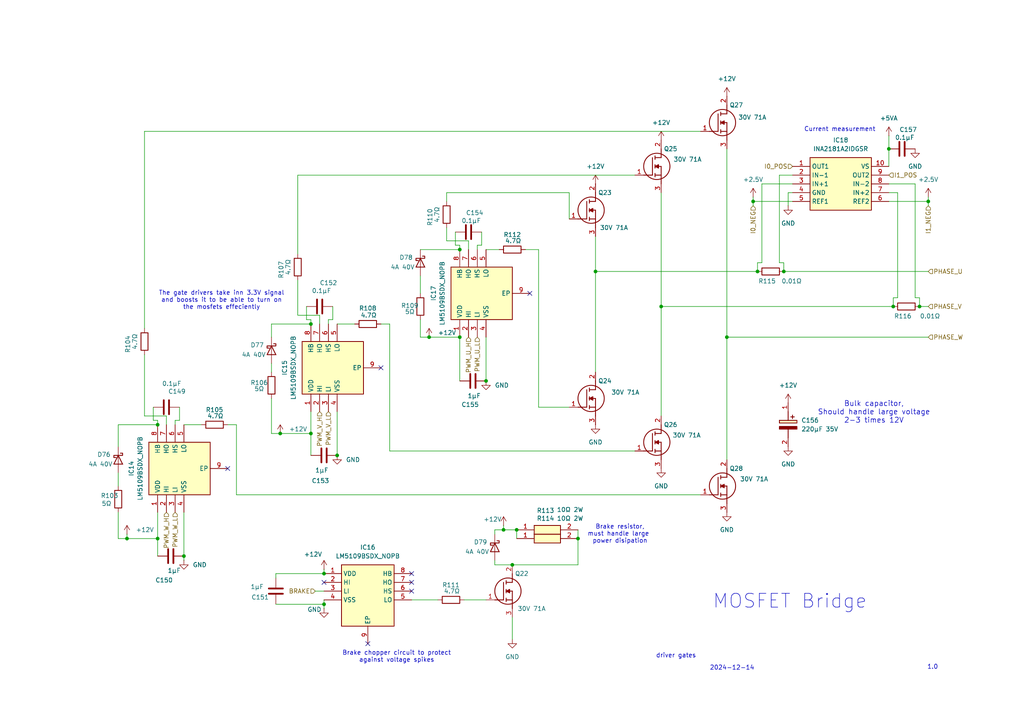
<source format=kicad_sch>
(kicad_sch (version 20231120) (generator "eeschema") (generator_version "8.0")
  (paper "A4")
  (lib_symbols
    (symbol "Device:C" (pin_numbers hide) (pin_names (offset 0.254))
      (property "Reference" "C" (at 0.635 2.54 0))
      (property "Value" "C" (at 0.635 -2.54 0))
      (symbol "C_0_1"
        (polyline (pts (xy -2.032 -0.762) (xy 2.032 -0.762)) (stroke (width 0.508)))
        (polyline (pts (xy -2.032 0.762) (xy 2.032 0.762)) (stroke (width 0.508)))
      )
      (symbol "C_1_1"
        (pin passive line (at 0 3.81 270) (length 2.794) (name "~") (number "1"))
        (pin passive line (at 0 -3.81 90) (length 2.794) (name "~") (number "2"))
      )
    )
    (symbol "Device:D_Schottky" (pin_numbers hide) (pin_names (offset 1.016) hide)
      (property "Reference" "D" (at 0 2.54 0))
      (property "Value" "D_Schottky" (at 0 -2.54 0))
      (symbol "D_Schottky_0_1"
        (polyline (pts (xy 1.27 0) (xy -1.27 0)))
        (polyline (pts (xy 1.27 1.27) (xy 1.27 -1.27) (xy -1.27 0) (xy 1.27 1.27)) (stroke (width 0.254)))
        (polyline (pts (xy -1.905 0.635) (xy -1.905 1.27) (xy -1.27 1.27) (xy -1.27 -1.27) (xy -0.635 -1.27) (xy -0.635 -0.635)) (stroke (width 0.254)))
      )
      (symbol "D_Schottky_1_1"
        (pin passive line (at -3.81 0 0) (length 2.54) (name "K") (number "1"))
        (pin passive line (at 3.81 0 180) (length 2.54) (name "A") (number "2"))
      )
    )
    (symbol "Device:R" (pin_numbers hide) (pin_names (offset 0))
      (property "Reference" "R" (at 2.032 0 90))
      (property "Value" "R" (at 0 0 90))
      (symbol "R_0_1"
        (rectangle (start -1.016 -2.54) (end 1.016 2.54) (stroke (width 0.254)))
      )
      (symbol "R_1_1"
        (pin passive line (at 0 3.81 270) (length 1.27) (name "~") (number "1"))
        (pin passive line (at 0 -3.81 90) (length 1.27) (name "~") (number "2"))
      )
    )
    (symbol "INA2181A2IDGSR:INA2181A2IDGSR"
      (property "Reference" "IC" (at 24.13 7.62 0))
      (property "Value" "INA2181A2IDGSR" (at 24.13 5.08 0))
      (symbol "INA2181A2IDGSR_1_1"
        (rectangle (start 5.08 2.54) (end 22.86 -12.7) (stroke (width 0.254)) (fill (type background)))
        (pin passive line (at 0 0 0) (length 5.08) (name "OUT1") (number "1"))
        (pin passive line (at 27.94 0 180) (length 5.08) (name "VS") (number "10"))
        (pin passive line (at 0 -2.54 0) (length 5.08) (name "IN-1") (number "2"))
        (pin passive line (at 0 -5.08 0) (length 5.08) (name "IN+1") (number "3"))
        (pin passive line (at 0 -7.62 0) (length 5.08) (name "GND") (number "4"))
        (pin passive line (at 0 -10.16 0) (length 5.08) (name "REF1") (number "5"))
        (pin passive line (at 27.94 -10.16 180) (length 5.08) (name "REF2") (number "6"))
        (pin passive line (at 27.94 -7.62 180) (length 5.08) (name "IN+2") (number "7"))
        (pin passive line (at 27.94 -5.08 180) (length 5.08) (name "IN-2") (number "8"))
        (pin passive line (at 27.94 -2.54 180) (length 5.08) (name "OUT2") (number "9"))
      )
    )
    (symbol "IPD047N03LF2SATMA1:IPD047N03LF2SATMA1" (pin_names hide)
      (property "Reference" "Q" (at 11.43 3.81 0))
      (property "Value" "IPD047N03LF2SATMA1" (at 11.43 1.27 0))
      (symbol "IPD047N03LF2SATMA1_1_1"
        (polyline (pts (xy 2.54 0) (xy 5.08 0)) (stroke (width 0.254)))
        (polyline (pts (xy 5.08 5.08) (xy 5.08 0)) (stroke (width 0.254)))
        (polyline (pts (xy 5.842 -0.508) (xy 5.842 0.508)) (stroke (width 0.254)))
        (polyline (pts (xy 5.842 0) (xy 7.62 0)) (stroke (width 0.254)))
        (polyline (pts (xy 5.842 2.032) (xy 5.842 3.048)) (stroke (width 0.254)))
        (polyline (pts (xy 5.842 5.588) (xy 5.842 4.572)) (stroke (width 0.254)))
        (polyline (pts (xy 7.62 2.54) (xy 5.842 2.54)) (stroke (width 0.254)))
        (polyline (pts (xy 7.62 2.54) (xy 7.62 -2.54)) (stroke (width 0.254)))
        (polyline (pts (xy 7.62 5.08) (xy 5.842 5.08)) (stroke (width 0.254)))
        (polyline (pts (xy 7.62 5.08) (xy 7.62 7.62)) (stroke (width 0.254)))
        (polyline (pts (xy 5.842 2.54) (xy 6.858 3.048) (xy 6.858 2.032) (xy 5.842 2.54)) (stroke (width 0.254)) (fill (type outline)))
        (circle (center 6.35 2.54) (radius 3.81) (stroke (width 0.254)))
        (pin passive line (at 0 0 0) (length 2.54) (name "G") (number "1"))
        (pin passive line (at 7.62 10.16 270) (length 2.54) (name "D") (number "2"))
        (pin passive line (at 7.62 -5.08 90) (length 2.54) (name "S") (number "3"))
      )
    )
    (symbol "LM5109BSDX_NOPB:LM5109BSDX_NOPB"
      (property "Reference" "IC" (at 21.59 7.62 0))
      (property "Value" "LM5109BSDX_NOPB" (at 21.59 5.08 0))
      (symbol "LM5109BSDX_NOPB_1_1"
        (rectangle (start 5.08 2.54) (end 20.32 -15.24) (stroke (width 0.254)) (fill (type background)))
        (pin passive line (at 0 0 0) (length 5.08) (name "VDD") (number "1"))
        (pin passive line (at 0 -2.54 0) (length 5.08) (name "HI") (number "2"))
        (pin passive line (at 0 -5.08 0) (length 5.08) (name "LI") (number "3"))
        (pin passive line (at 0 -7.62 0) (length 5.08) (name "VSS") (number "4"))
        (pin passive line (at 25.4 -7.62 180) (length 5.08) (name "LO") (number "5"))
        (pin passive line (at 25.4 -5.08 180) (length 5.08) (name "HS") (number "6"))
        (pin passive line (at 25.4 -2.54 180) (length 5.08) (name "HO") (number "7"))
        (pin passive line (at 25.4 0 180) (length 5.08) (name "HB") (number "8"))
        (pin passive line (at 12.7 -20.32 90) (length 5.08) (name "EP") (number "9"))
      )
    )
    (symbol "MAL215099001E3:MAL215099001E3" (pin_names hide)
      (property "Reference" "C" (at 8.89 6.35 0))
      (property "Value" "MAL215099001E3" (at 8.89 3.81 0))
      (symbol "MAL215099001E3_1_1"
        (polyline (pts (xy 2.54 0) (xy 5.08 0)) (stroke (width 0.254)))
        (polyline (pts (xy 4.064 1.778) (xy 4.064 0.762)) (stroke (width 0.254)))
        (polyline (pts (xy 4.572 1.27) (xy 3.556 1.27)) (stroke (width 0.254)))
        (polyline (pts (xy 7.62 0) (xy 10.16 0)) (stroke (width 0.254)))
        (polyline (pts (xy 7.62 2.54) (xy 7.62 -2.54) (xy 6.858 -2.54) (xy 6.858 2.54) (xy 7.62 2.54)) (stroke (width 0.254)) (fill (type outline)))
        (rectangle (start 5.08 2.54) (end 5.842 -2.54) (stroke (width 0.254)) (fill (type background)))
        (pin passive line (at 0 0 0) (length 2.54) (name "+") (number "1"))
        (pin passive line (at 12.7 0 180) (length 2.54) (name "-") (number "2"))
      )
    )
    (symbol "RCL122510R0FKEG:RCL122510R0FKEG" (pin_names hide)
      (property "Reference" "R" (at 13.97 6.35 0))
      (property "Value" "RCL122510R0FKEG" (at 13.97 3.81 0))
      (symbol "RCL122510R0FKEG_1_1"
        (rectangle (start 5.08 1.27) (end 12.7 -1.27) (stroke (width 0.254)) (fill (type background)))
        (pin passive line (at 0 0 0) (length 5.08) (name "1") (number "1"))
        (pin passive line (at 17.78 0 180) (length 5.08) (name "2") (number "2"))
      )
    )
    (symbol "power:+12V" (power) (pin_numbers hide) (pin_names (offset 0) hide)
      (property "Value" "+12V" (at 0 3.556 0))
      (symbol "+12V_0_1"
        (polyline (pts (xy -0.762 1.27) (xy 0 2.54)))
        (polyline (pts (xy 0 0) (xy 0 2.54)))
        (polyline (pts (xy 0 2.54) (xy 0.762 1.27)))
      )
      (symbol "+12V_1_1"
        (pin power_in line (at 0 0 90) (length 0) (name "~") (number "1"))
      )
    )
    (symbol "power:+2V5" (power) (pin_numbers hide) (pin_names (offset 0) hide)
      (property "Value" "+2V5" (at 0 3.556 0))
      (symbol "+2V5_0_1"
        (polyline (pts (xy -0.762 1.27) (xy 0 2.54)))
        (polyline (pts (xy 0 0) (xy 0 2.54)))
        (polyline (pts (xy 0 2.54) (xy 0.762 1.27)))
      )
      (symbol "+2V5_1_1"
        (pin power_in line (at 0 0 90) (length 0) (name "~") (number "1"))
      )
    )
    (symbol "power:+5V" (power) (pin_numbers hide) (pin_names (offset 0) hide)
      (property "Value" "+5V" (at 0 3.556 0))
      (symbol "+5V_0_1"
        (polyline (pts (xy -0.762 1.27) (xy 0 2.54)))
        (polyline (pts (xy 0 0) (xy 0 2.54)))
        (polyline (pts (xy 0 2.54) (xy 0.762 1.27)))
      )
      (symbol "+5V_1_1"
        (pin power_in line (at 0 0 90) (length 0) (name "~") (number "1"))
      )
    )
    (symbol "power:GND" (power) (pin_numbers hide) (pin_names (offset 0) hide)
      (property "Value" "GND" (at 0 -3.81 0))
      (symbol "GND_0_1"
        (polyline (pts (xy 0 0) (xy 0 -1.27) (xy 1.27 -1.27) (xy 0 -2.54) (xy -1.27 -1.27) (xy 0 -1.27)))
      )
      (symbol "GND_1_1"
        (pin power_in line (at 0 0 270) (length 0) (name "~") (number "1"))
      )
    )
  )
  (junction (at 148.59 163.83))
  (junction (at 167.64 156.21))
  (junction (at 133.35 72.39))
  (junction (at 81.28 125.73))
  (junction (at 266.7 88.9))
  (junction (at 269.24 58.42))
  (junction (at 53.34 161.29))
  (junction (at 90.17 125.73))
  (junction (at 93.98 175.26))
  (junction (at 97.79 132.08))
  (junction (at 227.33 78.74))
  (junction (at 124.46 97.79))
  (junction (at 140.97 110.49))
  (junction (at 90.17 93.98))
  (junction (at 210.82 97.79))
  (junction (at 146.05 153.67))
  (junction (at 259.08 88.9))
  (junction (at 45.72 123.19))
  (junction (at 45.72 156.21))
  (junction (at 133.35 97.79))
  (junction (at 93.98 166.37))
  (junction (at 257.81 43.18))
  (junction (at 191.77 88.9))
  (junction (at 149.86 153.67))
  (junction (at 219.71 78.74))
  (junction (at 172.72 78.74))
  (junction (at 218.44 58.42))
  (junction (at 36.83 156.21))
  (no_connect (at 119.38 171.45))
  (no_connect (at 93.98 168.91))
  (no_connect (at 119.38 166.37))
  (no_connect (at 66.04 135.89))
  (no_connect (at 110.49 106.68))
  (no_connect (at 106.68 186.69))
  (no_connect (at 119.38 168.91))
  (no_connect (at 153.67 85.09))
  (wire (pts (xy 78.74 115.57) (xy 78.74 125.73)))
  (wire (pts (xy 140.97 72.39) (xy 144.78 72.39)))
  (wire (pts (xy 86.36 50.8) (xy 184.15 50.8)))
  (wire (pts (xy 45.72 121.92) (xy 45.72 123.19)))
  (wire (pts (xy 53.34 123.19) (xy 58.42 123.19)))
  (wire (pts (xy 143.51 163.83) (xy 148.59 163.83)))
  (wire (pts (xy 80.01 166.37) (xy 93.98 166.37)))
  (wire (pts (xy 68.58 123.19) (xy 68.58 143.51)))
  (wire (pts (xy 80.01 167.64) (xy 80.01 166.37)))
  (wire (pts (xy 41.91 102.87) (xy 41.91 120.65)))
  (wire (pts (xy 90.17 119.38) (xy 90.17 125.73)))
  (wire (pts (xy 165.1 55.88) (xy 165.1 63.5)))
  (wire (pts (xy 90.17 92.71) (xy 90.17 93.98)))
  (wire (pts (xy 257.81 43.18) (xy 257.81 48.26)))
  (wire (pts (xy 269.24 57.15) (xy 269.24 58.42)))
  (wire (pts (xy 90.17 125.73) (xy 90.17 132.08)))
  (wire (pts (xy 34.29 137.16) (xy 34.29 140.97)))
  (wire (pts (xy 121.92 85.09) (xy 121.92 80.01)))
  (wire (pts (xy 156.21 72.39) (xy 156.21 118.11)))
  (wire (pts (xy 226.06 50.8) (xy 229.87 50.8)))
  (wire (pts (xy 36.83 154.94) (xy 36.83 156.21)))
  (wire (pts (xy 259.08 86.36) (xy 259.08 88.9)))
  (wire (pts (xy 257.81 55.88) (xy 260.35 55.88)))
  (wire (pts (xy 228.6 55.88) (xy 229.87 55.88)))
  (wire (pts (xy 191.77 88.9) (xy 191.77 120.65)))
  (wire (pts (xy 34.29 123.19) (xy 45.72 123.19)))
  (wire (pts (xy 227.33 78.74) (xy 269.24 78.74)))
  (wire (pts (xy 80.01 175.26) (xy 93.98 175.26)))
  (wire (pts (xy 132.08 71.12) (xy 133.35 71.12)))
  (wire (pts (xy 91.44 171.45) (xy 93.98 171.45)))
  (wire (pts (xy 266.7 88.9) (xy 269.24 88.9)))
  (wire (pts (xy 34.29 156.21) (xy 36.83 156.21)))
  (wire (pts (xy 124.46 97.79) (xy 133.35 97.79)))
  (wire (pts (xy 172.72 78.74) (xy 219.71 78.74)))
  (wire (pts (xy 93.98 175.26) (xy 93.98 173.99)))
  (wire (pts (xy 257.81 53.34) (xy 265.43 53.34)))
  (wire (pts (xy 226.06 76.2) (xy 227.33 76.2)))
  (wire (pts (xy 139.7 71.12) (xy 138.43 71.12)))
  (wire (pts (xy 269.24 59.69) (xy 269.24 58.42)))
  (wire (pts (xy 86.36 91.44) (xy 86.36 81.28)))
  (wire (pts (xy 149.86 153.67) (xy 149.86 156.21)))
  (wire (pts (xy 121.92 97.79) (xy 121.92 92.71)))
  (wire (pts (xy 139.7 67.31) (xy 139.7 71.12)))
  (wire (pts (xy 121.92 97.79) (xy 124.46 97.79)))
  (wire (pts (xy 219.71 76.2) (xy 219.71 78.74)))
  (wire (pts (xy 226.06 50.8) (xy 226.06 76.2)))
  (wire (pts (xy 143.51 153.67) (xy 143.51 154.94)))
  (wire (pts (xy 172.72 68.58) (xy 172.72 78.74)))
  (wire (pts (xy 90.17 93.98) (xy 78.74 93.98)))
  (wire (pts (xy 134.62 173.99) (xy 140.97 173.99)))
  (wire (pts (xy 41.91 38.1) (xy 203.2 38.1)))
  (wire (pts (xy 140.97 97.79) (xy 140.97 110.49)))
  (wire (pts (xy 138.43 71.12) (xy 138.43 72.39)))
  (wire (pts (xy 133.35 97.79) (xy 133.35 110.49)))
  (wire (pts (xy 220.98 53.34) (xy 220.98 76.2)))
  (wire (pts (xy 36.83 156.21) (xy 45.72 156.21)))
  (wire (pts (xy 96.52 92.71) (xy 95.25 92.71)))
  (wire (pts (xy 96.52 92.71) (xy 96.52 88.9)))
  (wire (pts (xy 143.51 162.56) (xy 143.51 163.83)))
  (wire (pts (xy 129.54 58.42) (xy 129.54 55.88)))
  (wire (pts (xy 34.29 148.59) (xy 34.29 156.21)))
  (wire (pts (xy 45.72 161.29) (xy 45.72 156.21)))
  (wire (pts (xy 44.45 121.92) (xy 45.72 121.92)))
  (wire (pts (xy 210.82 97.79) (xy 210.82 133.35)))
  (wire (pts (xy 191.77 55.88) (xy 191.77 88.9)))
  (wire (pts (xy 129.54 55.88) (xy 165.1 55.88)))
  (wire (pts (xy 121.92 72.39) (xy 133.35 72.39)))
  (wire (pts (xy 191.77 88.9) (xy 259.08 88.9)))
  (wire (pts (xy 167.64 163.83) (xy 167.64 156.21)))
  (wire (pts (xy 90.17 125.73) (xy 81.28 125.73)))
  (wire (pts (xy 218.44 59.69) (xy 218.44 58.42)))
  (wire (pts (xy 218.44 58.42) (xy 229.87 58.42)))
  (wire (pts (xy 228.6 55.88) (xy 228.6 59.69)))
  (wire (pts (xy 156.21 118.11) (xy 165.1 118.11)))
  (wire (pts (xy 220.98 53.34) (xy 229.87 53.34)))
  (wire (pts (xy 257.81 39.37) (xy 257.81 43.18)))
  (wire (pts (xy 146.05 153.67) (xy 146.05 152.4)))
  (wire (pts (xy 257.81 58.42) (xy 269.24 58.42)))
  (wire (pts (xy 78.74 107.95) (xy 78.74 105.41)))
  (wire (pts (xy 88.9 88.9) (xy 88.9 92.71)))
  (wire (pts (xy 78.74 93.98) (xy 78.74 97.79)))
  (wire (pts (xy 53.34 162.56) (xy 53.34 161.29)))
  (wire (pts (xy 260.35 55.88) (xy 260.35 86.36)))
  (wire (pts (xy 93.98 165.1) (xy 93.98 166.37)))
  (wire (pts (xy 88.9 92.71) (xy 90.17 92.71)))
  (wire (pts (xy 135.89 69.85) (xy 129.54 69.85)))
  (wire (pts (xy 93.98 176.53) (xy 93.98 175.26)))
  (wire (pts (xy 132.08 67.31) (xy 132.08 71.12)))
  (wire (pts (xy 135.89 72.39) (xy 135.89 69.85)))
  (wire (pts (xy 220.98 76.2) (xy 219.71 76.2)))
  (wire (pts (xy 218.44 57.15) (xy 218.44 58.42)))
  (wire (pts (xy 260.35 86.36) (xy 259.08 86.36)))
  (wire (pts (xy 227.33 76.2) (xy 227.33 78.74)))
  (wire (pts (xy 41.91 38.1) (xy 41.91 95.25)))
  (wire (pts (xy 68.58 143.51) (xy 203.2 143.51)))
  (wire (pts (xy 95.25 93.98) (xy 95.25 92.71)))
  (wire (pts (xy 129.54 69.85) (xy 129.54 66.04)))
  (wire (pts (xy 92.71 91.44) (xy 92.71 93.98)))
  (wire (pts (xy 113.03 130.81) (xy 184.15 130.81)))
  (wire (pts (xy 148.59 163.83) (xy 167.64 163.83)))
  (wire (pts (xy 133.35 71.12) (xy 133.35 72.39)))
  (wire (pts (xy 66.04 123.19) (xy 68.58 123.19)))
  (wire (pts (xy 52.07 118.11) (xy 52.07 121.92)))
  (wire (pts (xy 265.43 86.36) (xy 266.7 86.36)))
  (wire (pts (xy 148.59 179.07) (xy 148.59 185.42)))
  (wire (pts (xy 50.8 121.92) (xy 50.8 123.19)))
  (wire (pts (xy 86.36 91.44) (xy 92.71 91.44)))
  (wire (pts (xy 34.29 123.19) (xy 34.29 129.54)))
  (wire (pts (xy 172.72 78.74) (xy 172.72 107.95)))
  (wire (pts (xy 110.49 93.98) (xy 113.03 93.98)))
  (wire (pts (xy 48.26 120.65) (xy 48.26 123.19)))
  (wire (pts (xy 113.03 93.98) (xy 113.03 130.81)))
  (wire (pts (xy 167.64 153.67) (xy 167.64 156.21)))
  (wire (pts (xy 119.38 173.99) (xy 127 173.99)))
  (wire (pts (xy 210.82 43.18) (xy 210.82 97.79)))
  (wire (pts (xy 97.79 93.98) (xy 102.87 93.98)))
  (wire (pts (xy 146.05 153.67) (xy 143.51 153.67)))
  (wire (pts (xy 152.4 72.39) (xy 156.21 72.39)))
  (wire (pts (xy 81.28 125.73) (xy 78.74 125.73)))
  (wire (pts (xy 86.36 73.66) (xy 86.36 50.8)))
  (wire (pts (xy 53.34 148.59) (xy 53.34 161.29)))
  (wire (pts (xy 45.72 156.21) (xy 45.72 148.59)))
  (wire (pts (xy 146.05 153.67) (xy 149.86 153.67)))
  (wire (pts (xy 266.7 86.36) (xy 266.7 88.9)))
  (wire (pts (xy 210.82 97.79) (xy 269.24 97.79)))
  (wire (pts (xy 41.91 120.65) (xy 48.26 120.65)))
  (wire (pts (xy 52.07 121.92) (xy 50.8 121.92)))
  (wire (pts (xy 97.79 119.38) (xy 97.79 132.08)))
  (wire (pts (xy 44.45 118.11) (xy 44.45 121.92)))
  (wire (pts (xy 265.43 53.34) (xy 265.43 86.36)))
  (text "1.0" (at 270.51 193.548 0) (effects (font (size 1.27 1.27))))
  (text "Brake resistor,\nmust handle large \npower disipation" (at 179.832 154.94 0) (effects (font (size 1.27 1.27))))
  (text "The gate drivers take inn 3.3V signal\nand boosts it to be able to turn on\nthe mosfets effeciently" (at 64.262 87.122 0) (effects (font (size 1.27 1.27))))
  (text "Brake chopper circuit to protect\nagainst voltage spikes" (at 115.062 190.5 0) (effects (font (size 1.27 1.27))))
  (text "MOSFET Bridge\n" (at 229.108 174.498 0) (effects (font (size 4 4))))
  (text "driver gates" (at 196.088 190.246 0) (effects (font (size 1.27 1.27))))
  (text "2024-12-14" (at 212.344 193.802 0) (effects (font (size 1.27 1.27))))
  (text "Current measurement" (at 243.586 37.592 0) (effects (font (size 1.27 1.27))))
  (text "Bulk capacitor,\nShould handle large voltage\n2-3 times 12V\n" (at 253.492 119.634 0) (effects (font (size 1.5 1.5))))
  (hierarchical_label "PHASE_V" (shape input) (at 269.24 88.9 0))
  (hierarchical_label "I0_NEG" (shape input) (at 218.44 59.69 270))
  (hierarchical_label "PHASE_W" (shape input) (at 269.24 97.79 0))
  (hierarchical_label "BRAKE" (shape input) (at 91.44 171.45 180))
  (hierarchical_label "PWM_U_H" (shape input) (at 135.89 97.79 270))
  (hierarchical_label "I1_POS" (shape input) (at 257.81 50.8 0))
  (hierarchical_label "PWM_V_H" (shape input) (at 92.71 119.38 270))
  (hierarchical_label "PWM_W_L" (shape input) (at 50.8 148.59 270))
  (hierarchical_label "I1_NEG" (shape input) (at 269.24 59.69 270))
  (hierarchical_label "PWM_W_H" (shape input) (at 48.26 148.59 270))
  (hierarchical_label "PHASE_U" (shape input) (at 269.24 78.74 0))
  (hierarchical_label "PWM_V_L" (shape input) (at 95.25 119.38 270))
  (hierarchical_label "PWM_U_L" (shape input) (at 138.43 97.79 270))
  (hierarchical_label "I0_POS" (shape input) (at 229.87 48.26 180))
  (symbol (lib_id "power:GND") (at 97.79 132.08 0) (unit 1)
    (property "Reference" "#PWR0307" (effects (hide yes)))
    (property "Value" "GND" (at 100.33 133.3499 0) (effects (justify left)))
    (property "Description" "Power symbol creates a global label with name \"GND\" , ground" (effects (hide yes)))
    (instances (project "motordriver" (path "" (reference "#PWR0307") (unit 1)) (path "" (reference "#PWR06") (unit 1)) (path "" (reference "#PWR0231") (unit 1))))
  )
  (symbol (lib_id "Device:R") (at 41.91 99.06 180) (unit 1)
    (property "Reference" "R104" (at 37.084 99.822 90))
    (property "Value" "4.7Ω" (at 39.116 99.06 90))
    (property "Footprint" "Resistor_SMD:R_0603_1608Metric" (effects (hide yes)))
    (property "Description" "Resistor" (effects (hide yes)))
    (instances (project "motordriver" (path "" (reference "R104") (unit 1)) (path "" (reference "R2") (unit 1)) (path "" (reference "R78") (unit 1))))
  )
  (symbol (lib_id "IPD047N03LF2SATMA1:IPD047N03LF2SATMA1") (at 165.1 118.11 0) (unit 1)
    (property "Reference" "Q24" (at 173.482 110.49 0) (effects (justify left)))
    (property "Value" "30V 71A" (at 177.292 113.792 0) (effects (justify left)))
    (property "Footprint" "kuben-footprints:IPD047N03LF2SATMA1" (effects (hide yes)))
    (property "Datasheet" "https://www.infineon.com/dgdl/Infineon-IPD047N03LF2S-DataSheet-v01_00-EN.pdf?fileId=8ac78c8c92416ca50192b89c5f296484" (effects (hide yes)))
    (property "Description" "N-Channel 30 V 71A (Tc) 65W (Tc) Surface Mount PG-TO252-3" (effects (hide yes)))
    (property "Description_1" "N-Channel 30 V 71A (Tc) 65W (Tc) Surface Mount PG-TO252-3" (effects (hide yes)))
    (property "Height" "2.52" (effects (hide yes)))
    (property "Manufacturer_Name" "Infineon" (effects (hide yes)))
    (property "Manufacturer_Part_Number" "IPD047N03LF2SATMA1" (effects (hide yes)))
    (instances (project "motordriver" (path "" (reference "Q24") (unit 1)) (path "" (reference "Q3") (unit 1)) (path "" (reference "Q17") (unit 1))))
  )
  (symbol (lib_id "Device:D_Schottky") (at 34.29 133.35 270) (unit 1)
    (property "Reference" "D76" (at 28.194 131.826 90) (effects (justify left)))
    (property "Value" "4A 40V" (at 25.654 134.62 90) (effects (justify left)))
    (property "Footprint" "kuben-footprints:DIOM7959X262N" (effects (hide yes)))
    (property "Description" "Schottky diode" (effects (hide yes)))
    (property "Height" "2.62" (effects (hide yes)))
    (property "Mouser Part Number" "78-SL44HE3_B/I" (effects (hide yes)))
    (property "Mouser Price/Stock" "https://www.mouser.com/Search/Refine.aspx?Keyword=78-SL44HE3_B%2FI" (effects (hide yes)))
    (property "Manufacturer_Name" "Vishay" (effects (hide yes)))
    (property "Manufacturer_Part_Number" "SL44HE3_B/I" (effects (hide yes)))
    (instances (project "" (path "" (reference "D76") (unit 1)) (path "" (reference "D1") (unit 1)) (path "" (reference "D54") (unit 1))))
  )
  (symbol (lib_id "power:+12V") (at 228.6 116.84 0) (unit 1)
    (property "Reference" "#PWR0320" (effects (hide yes)))
    (property "Value" "+12V" (at 228.6 111.76 0))
    (property "Description" "Power symbol creates a global label with name \"+12V\"" (effects (hide yes)))
    (instances (project "motordriver" (path "" (reference "#PWR0320") (unit 1)) (path "" (reference "#PWR019") (unit 1)) (path "" (reference "#PWR0244") (unit 1))))
  )
  (symbol (lib_id "Device:R") (at 34.29 144.78 180) (unit 1)
    (property "Reference" "R103" (at 29.21 143.764 0) (effects (justify right)))
    (property "Value" "5Ω" (at 29.464 146.05 0) (effects (justify right)))
    (property "Footprint" "Resistor_SMD:R_0603_1608Metric" (effects (hide yes)))
    (property "Description" "Resistor" (effects (hide yes)))
    (instances (project "motordriver" (path "" (reference "R103") (unit 1)) (path "" (reference "R1") (unit 1)) (path "" (reference "R77") (unit 1))))
  )
  (symbol (lib_id "power:GND") (at 265.43 43.18 0) (unit 1)
    (property "Reference" "#PWR0323" (effects (hide yes)))
    (property "Value" "GND" (at 265.43 48.26 0))
    (property "Description" "Power symbol creates a global label with name \"GND\" , ground" (effects (hide yes)))
    (instances (project "motordriver" (path "" (reference "#PWR0323") (unit 1)) (path "" (reference "#PWR022") (unit 1)) (path "" (reference "#PWR0247") (unit 1))))
  )
  (symbol (lib_id "Device:R") (at 86.36 77.47 180) (unit 1)
    (property "Reference" "R107" (at 81.534 78.232 90))
    (property "Value" "4.7Ω" (at 83.566 77.47 90))
    (property "Footprint" "Resistor_SMD:R_0603_1608Metric" (effects (hide yes)))
    (property "Description" "Resistor" (effects (hide yes)))
    (instances (project "motordriver" (path "" (reference "R107") (unit 1)) (path "" (reference "R5") (unit 1)) (path "" (reference "R81") (unit 1))))
  )
  (symbol (lib_id "Device:D_Schottky") (at 78.74 101.6 270) (unit 1)
    (property "Reference" "D77" (at 72.644 100.076 90) (effects (justify left)))
    (property "Value" "4A 40V" (at 70.104 102.87 90) (effects (justify left)))
    (property "Footprint" "kuben-footprints:DIOM7959X262N" (effects (hide yes)))
    (property "Description" "Schottky diode" (effects (hide yes)))
    (property "Height" "2.62" (effects (hide yes)))
    (property "Mouser Part Number" "78-SL44HE3_B/I" (effects (hide yes)))
    (property "Mouser Price/Stock" "https://www.mouser.com/Search/Refine.aspx?Keyword=78-SL44HE3_B%2FI" (effects (hide yes)))
    (property "Manufacturer_Name" "Vishay" (effects (hide yes)))
    (property "Manufacturer_Part_Number" "SL44HE3_B/I" (effects (hide yes)))
    (instances (project "motordriver" (path "" (reference "D77") (unit 1)) (path "" (reference "D2") (unit 1)) (path "" (reference "D55") (unit 1))))
  )
  (symbol (lib_id "power:GND") (at 93.98 176.53 0) (unit 1)
    (property "Reference" "#PWR0306" (effects (hide yes)))
    (property "Value" "GND" (at 89.154 176.784 0) (effects (justify left)))
    (property "Description" "Power symbol creates a global label with name \"GND\" , ground" (effects (hide yes)))
    (instances (project "motordriver" (path "" (reference "#PWR0306") (unit 1)) (path "" (reference "#PWR05") (unit 1)) (path "" (reference "#PWR0230") (unit 1))))
  )
  (symbol (lib_id "IPD047N03LF2SATMA1:IPD047N03LF2SATMA1") (at 184.15 50.8 0) (unit 1)
    (property "Reference" "Q25" (at 192.532 43.18 0) (effects (justify left)))
    (property "Value" "30V 71A" (at 195.326 46.228 0) (effects (justify left)))
    (property "Footprint" "kuben-footprints:IPD047N03LF2SATMA1" (effects (hide yes)))
    (property "Datasheet" "https://www.infineon.com/dgdl/Infineon-IPD047N03LF2S-DataSheet-v01_00-EN.pdf?fileId=8ac78c8c92416ca50192b89c5f296484" (effects (hide yes)))
    (property "Description" "N-Channel 30 V 71A (Tc) 65W (Tc) Surface Mount PG-TO252-3" (effects (hide yes)))
    (property "Description_1" "N-Channel 30 V 71A (Tc) 65W (Tc) Surface Mount PG-TO252-3" (effects (hide yes)))
    (property "Height" "2.52" (effects (hide yes)))
    (property "Manufacturer_Name" "Infineon" (effects (hide yes)))
    (property "Manufacturer_Part_Number" "IPD047N03LF2SATMA1" (effects (hide yes)))
    (instances (project "motordriver" (path "" (reference "Q25") (unit 1)) (path "" (reference "Q4") (unit 1)) (path "" (reference "Q18") (unit 1))))
  )
  (symbol (lib_id "power:+12V") (at 172.72 53.34 0) (unit 1)
    (property "Reference" "#PWR0312" (effects (hide yes)))
    (property "Value" "+12V" (at 172.72 48.26 0))
    (property "Description" "Power symbol creates a global label with name \"+12V\"" (effects (hide yes)))
    (instances (project "" (path "" (reference "#PWR0312") (unit 1)) (path "" (reference "#PWR011") (unit 1)) (path "" (reference "#PWR0236") (unit 1))))
  )
  (symbol (lib_id "Device:R") (at 223.52 78.74 270) (unit 1)
    (property "Reference" "R115" (at 222.504 81.534 90))
    (property "Value" "0.01Ω" (at 229.616 81.534 90))
    (property "Footprint" "Resistor_SMD:R_0603_1608Metric" (effects (hide yes)))
    (property "Description" "Resistor" (effects (hide yes)))
    (instances (project "motordriver" (path "" (reference "R115") (unit 1)) (path "" (reference "R13") (unit 1)) (path "" (reference "R89") (unit 1))))
  )
  (symbol (lib_id "LM5109BSDX_NOPB:LM5109BSDX_NOPB") (at 90.17 119.38 90) (unit 1)
    (property "Reference" "IC15" (at 82.55 106.68 0))
    (property "Value" "LM5109BSDX_NOPB" (at 85.09 106.68 0))
    (property "Footprint" "kuben-footprints:SON80P400X400X80-9N" (effects (hide yes)))
    (property "Datasheet" "http://www.ti.com/lit/gpn/LM5109B" (effects (hide yes)))
    (property "Description" "High Voltage 1A Peak Half Bridge Gate Driver" (effects (hide yes)))
    (property "Height" "0.8" (effects (hide yes)))
    (property "Mouser Part Number" "926-LM5109BSDX/NOPB" (effects (hide yes)))
    (property "Mouser Price/Stock" "https://www.mouser.co.uk/ProductDetail/Texas-Instruments/LM5109BSDX-NOPB?qs=QbsRYf82W3F6fMiLbkf%252BhQ%3D%3D" (effects (hide yes)))
    (property "Manufacturer_Name" "Texas Instruments" (effects (hide yes)))
    (property "Manufacturer_Part_Number" "LM5109BSDX/NOPB" (effects (hide yes)))
    (instances (project "" (path "" (reference "IC15") (unit 1)) (path "" (reference "IC2") (unit 1)) (path "" (reference "IC10") (unit 1))))
  )
  (symbol (lib_id "LM5109BSDX_NOPB:LM5109BSDX_NOPB") (at 133.35 97.79 90) (unit 1)
    (property "Reference" "IC17" (at 125.73 85.09 0))
    (property "Value" "LM5109BSDX_NOPB" (at 128.27 85.09 0))
    (property "Footprint" "kuben-footprints:SON80P400X400X80-9N" (effects (hide yes)))
    (property "Datasheet" "http://www.ti.com/lit/gpn/LM5109B" (effects (hide yes)))
    (property "Description" "High Voltage 1A Peak Half Bridge Gate Driver" (effects (hide yes)))
    (property "Height" "0.8" (effects (hide yes)))
    (property "Mouser Part Number" "926-LM5109BSDX/NOPB" (effects (hide yes)))
    (property "Mouser Price/Stock" "https://www.mouser.co.uk/ProductDetail/Texas-Instruments/LM5109BSDX-NOPB?qs=QbsRYf82W3F6fMiLbkf%252BhQ%3D%3D" (effects (hide yes)))
    (property "Manufacturer_Name" "Texas Instruments" (effects (hide yes)))
    (property "Manufacturer_Part_Number" "LM5109BSDX/NOPB" (effects (hide yes)))
    (instances (project "motordriver" (path "" (reference "IC17") (unit 1)) (path "" (reference "IC4") (unit 1)) (path "" (reference "IC12") (unit 1))))
  )
  (symbol (lib_id "power:+12V") (at 36.83 154.94 0) (unit 1)
    (property "Reference" "#PWR0302" (effects (hide yes)))
    (property "Value" "+12V" (at 39.37 153.6699 0) (effects (justify left)))
    (property "Description" "Power symbol creates a global label with name \"+12V\"" (effects (hide yes)))
    (instances (project "motordriver" (path "" (reference "#PWR0302") (unit 1)) (path "" (reference "#PWR01") (unit 1)) (path "" (reference "#PWR0226") (unit 1))))
  )
  (symbol (lib_id "Device:C") (at 137.16 110.49 90) (unit 1)
    (property "Reference" "C155" (at 138.938 117.348 90) (effects (justify left)))
    (property "Value" "1µF" (at 139.446 114.808 90) (effects (justify left)))
    (property "Footprint" "Capacitor_SMD:C_0603_1608Metric" (effects (hide yes)))
    (property "Description" "Unpolarized capacitor" (effects (hide yes)))
    (instances (project "motordriver" (path "" (reference "C155") (unit 1)) (path "" (reference "C7") (unit 1)) (path "" (reference "C118") (unit 1))))
  )
  (symbol (lib_id "power:GND") (at 228.6 59.69 0) (unit 1)
    (property "Reference" "#PWR0319" (effects (hide yes)))
    (property "Value" "GND" (at 228.6 64.77 0))
    (property "Description" "Power symbol creates a global label with name \"GND\" , ground" (effects (hide yes)))
    (instances (project "motordriver" (path "" (reference "#PWR0319") (unit 1)) (path "" (reference "#PWR018") (unit 1)) (path "" (reference "#PWR0243") (unit 1))))
  )
  (symbol (lib_id "power:GND") (at 148.59 185.42 0) (unit 1)
    (property "Reference" "#PWR0311" (effects (hide yes)))
    (property "Value" "GND" (at 148.59 190.5 0))
    (property "Description" "Power symbol creates a global label with name \"GND\" , ground" (effects (hide yes)))
    (instances (project "motordriver" (path "" (reference "#PWR0311") (unit 1)) (path "" (reference "#PWR010") (unit 1)) (path "" (reference "#PWR0235") (unit 1))))
  )
  (symbol (lib_id "RCL122510R0FKEG:RCL122510R0FKEG") (at 149.86 153.67 0) (unit 1)
    (property "Reference" "R113" (at 158.242 148.082 0))
    (property "Value" "10Ω 2W" (at 165.354 147.828 0))
    (property "Footprint" "kuben-footprints:RESC3263X80N" (effects (hide yes)))
    (property "Datasheet" "https://www.vishay.com/docs/20046/rcle3.pdf" (effects (hide yes)))
    (property "Description" "Thick Film Resistors - SMD 2watt 10ohm 1% 100ppm 1225" (effects (hide yes)))
    (property "Height" "0.8" (effects (hide yes)))
    (property "Mouser Part Number" "71-RCL122510R0FKEG" (effects (hide yes)))
    (property "Mouser Price/Stock" "https://www.mouser.co.uk/ProductDetail/Vishay-Draloric/RCL122510R0FKEG?qs=QwB9ozptyc3uL4Q2bD20CQ%3D%3D" (effects (hide yes)))
    (property "Manufacturer_Name" "Vishay" (effects (hide yes)))
    (property "Manufacturer_Part_Number" "RCL122510R0FKEG" (effects (hide yes)))
    (instances (project "" (path "" (reference "R113") (unit 1)) (path "" (reference "R11") (unit 1)) (path "" (reference "R87") (unit 1))))
  )
  (symbol (lib_id "MAL215099001E3:MAL215099001E3") (at 228.6 116.84 270) (unit 1)
    (property "Reference" "C156" (at 232.41 121.9199 90) (effects (justify left)))
    (property "Value" "220µF 35V" (at 232.41 124.4599 90) (effects (justify left)))
    (property "Footprint" "kuben-footprints:CAPAE1050X1050N" (effects (hide yes)))
    (property "Description" "Aluminum Electrolytic Capacitors - SMD 220uF 35volts" (effects (hide yes)))
    (property "Height" "10.5" (effects (hide yes)))
    (property "Mouser Part Number" "594-MAL215099001E3" (effects (hide yes)))
    (property "Mouser Price/Stock" "https://www.mouser.co.uk/ProductDetail/Vishay-BC-Components/MAL215099001E3?qs=Ep9Lwju7gVqiNejX6ixLsw%3D%3D" (effects (hide yes)))
    (property "Manufacturer_Name" "Vishay" (effects (hide yes)))
    (property "Manufacturer_Part_Number" "MAL215099001E3" (effects (hide yes)))
    (instances (project "motordriver" (path "" (reference "C156") (unit 1)) (path "" (reference "C8") (unit 1)) (path "" (reference "C119") (unit 1))))
  )
  (symbol (lib_id "power:GND") (at 191.77 135.89 0) (unit 1)
    (property "Reference" "#PWR0315" (effects (hide yes)))
    (property "Value" "GND" (at 191.77 140.97 0))
    (property "Description" "Power symbol creates a global label with name \"GND\" , ground" (effects (hide yes)))
    (instances (project "motordriver" (path "" (reference "#PWR0315") (unit 1)) (path "" (reference "#PWR014") (unit 1)) (path "" (reference "#PWR0239") (unit 1))))
  )
  (symbol (lib_id "Device:R") (at 130.81 173.99 270) (unit 1)
    (property "Reference" "R111" (at 130.81 169.672 90))
    (property "Value" "4.7Ω" (at 131.064 171.45 90))
    (property "Footprint" "Resistor_SMD:R_0603_1608Metric" (effects (hide yes)))
    (property "Description" "Resistor" (effects (hide yes)))
    (instances (project "motordriver" (path "" (reference "R111") (unit 1)) (path "" (reference "R9") (unit 1)) (path "" (reference "R85") (unit 1))))
  )
  (symbol (lib_id "Device:R") (at 121.92 88.9 180) (unit 1)
    (property "Reference" "R109" (at 118.872 88.646 0))
    (property "Value" "5Ω" (at 118.872 90.424 0))
    (property "Footprint" "Resistor_SMD:R_0603_1608Metric" (effects (hide yes)))
    (property "Description" "Resistor" (effects (hide yes)))
    (instances (project "motordriver" (path "" (reference "R109") (unit 1)) (path "" (reference "R7") (unit 1)) (path "" (reference "R83") (unit 1))))
  )
  (symbol (lib_id "IPD047N03LF2SATMA1:IPD047N03LF2SATMA1") (at 165.1 63.5 0) (unit 1)
    (property "Reference" "Q23" (at 173.482 55.88 0) (effects (justify left)))
    (property "Value" "30V 71A" (at 173.99 66.04 0) (effects (justify left)))
    (property "Footprint" "kuben-footprints:IPD047N03LF2SATMA1" (effects (hide yes)))
    (property "Datasheet" "https://www.infineon.com/dgdl/Infineon-IPD047N03LF2S-DataSheet-v01_00-EN.pdf?fileId=8ac78c8c92416ca50192b89c5f296484" (effects (hide yes)))
    (property "Description" "N-Channel 30 V 71A (Tc) 65W (Tc) Surface Mount PG-TO252-3" (effects (hide yes)))
    (property "Description_1" "N-Channel 30 V 71A (Tc) 65W (Tc) Surface Mount PG-TO252-3" (effects (hide yes)))
    (property "Height" "2.52" (effects (hide yes)))
    (property "Manufacturer_Name" "Infineon" (effects (hide yes)))
    (property "Manufacturer_Part_Number" "IPD047N03LF2SATMA1" (effects (hide yes)))
    (instances (project "motordriver" (path "" (reference "Q23") (unit 1)) (path "" (reference "Q2") (unit 1)) (path "" (reference "Q16") (unit 1))))
  )
  (symbol (lib_id "Device:C") (at 261.62 43.18 270) (unit 1)
    (property "Reference" "C157" (at 260.858 37.592 90) (effects (justify left)))
    (property "Value" "0.1µF" (at 259.588 39.878 90) (effects (justify left)))
    (property "Footprint" "Capacitor_SMD:C_0603_1608Metric" (effects (hide yes)))
    (property "Description" "Unpolarized capacitor" (effects (hide yes)))
    (instances (project "motordriver" (path "" (reference "C157") (unit 1)) (path "" (reference "C9") (unit 1)) (path "" (reference "C120") (unit 1))))
  )
  (symbol (lib_id "IPD047N03LF2SATMA1:IPD047N03LF2SATMA1") (at 203.2 38.1 0) (unit 1)
    (property "Reference" "Q27" (at 211.582 30.48 0) (effects (justify left)))
    (property "Value" "30V 71A" (at 214.122 34.036 0) (effects (justify left)))
    (property "Footprint" "kuben-footprints:IPD047N03LF2SATMA1" (effects (hide yes)))
    (property "Datasheet" "https://www.infineon.com/dgdl/Infineon-IPD047N03LF2S-DataSheet-v01_00-EN.pdf?fileId=8ac78c8c92416ca50192b89c5f296484" (effects (hide yes)))
    (property "Description" "N-Channel 30 V 71A (Tc) 65W (Tc) Surface Mount PG-TO252-3" (effects (hide yes)))
    (property "Description_1" "N-Channel 30 V 71A (Tc) 65W (Tc) Surface Mount PG-TO252-3" (effects (hide yes)))
    (property "Height" "2.52" (effects (hide yes)))
    (property "Manufacturer_Name" "Infineon" (effects (hide yes)))
    (property "Manufacturer_Part_Number" "IPD047N03LF2SATMA1" (effects (hide yes)))
    (instances (project "motordriver" (path "" (reference "Q27") (unit 1)) (path "" (reference "Q6") (unit 1)) (path "" (reference "Q20") (unit 1))))
  )
  (symbol (lib_id "power:+12V") (at 210.82 27.94 0) (unit 1)
    (property "Reference" "#PWR0316" (effects (hide yes)))
    (property "Value" "+12V" (at 210.82 22.86 0))
    (property "Description" "Power symbol creates a global label with name \"+12V\"" (effects (hide yes)))
    (instances (project "motordriver" (path "" (reference "#PWR0316") (unit 1)) (path "" (reference "#PWR015") (unit 1)) (path "" (reference "#PWR0240") (unit 1))))
  )
  (symbol (lib_id "power:GND") (at 172.72 123.19 0) (unit 1)
    (property "Reference" "#PWR0313" (effects (hide yes)))
    (property "Value" "GND" (at 172.72 128.27 0))
    (property "Description" "Power symbol creates a global label with name \"GND\" , ground" (effects (hide yes)))
    (instances (project "motordriver" (path "" (reference "#PWR0313") (unit 1)) (path "" (reference "#PWR012") (unit 1)) (path "" (reference "#PWR0237") (unit 1))))
  )
  (symbol (lib_id "power:+12V") (at 191.77 40.64 0) (unit 1)
    (property "Reference" "#PWR0314" (effects (hide yes)))
    (property "Value" "+12V" (at 191.77 35.56 0))
    (property "Description" "Power symbol creates a global label with name \"+12V\"" (effects (hide yes)))
    (instances (project "motordriver" (path "" (reference "#PWR0314") (unit 1)) (path "" (reference "#PWR013") (unit 1)) (path "" (reference "#PWR0238") (unit 1))))
  )
  (symbol (lib_id "Device:C") (at 48.26 118.11 270) (unit 1)
    (property "Reference" "C149" (at 48.768 113.538 90) (effects (justify left)))
    (property "Value" "0.1µF" (at 46.99 111.252 90) (effects (justify left)))
    (property "Footprint" "Capacitor_SMD:C_0603_1608Metric" (effects (hide yes)))
    (property "Description" "Unpolarized capacitor" (effects (hide yes)))
    (instances (project "motordriver" (path "" (reference "C149") (unit 1)) (path "" (reference "C1") (unit 1)) (path "" (reference "C112") (unit 1))))
  )
  (symbol (lib_id "power:+2V5") (at 218.44 57.15 0) (unit 1)
    (property "Reference" "#PWR0318" (effects (hide yes)))
    (property "Value" "+2.5V" (at 218.44 52.07 0))
    (property "Description" "Power symbol creates a global label with name \"+2V5\"" (effects (hide yes)))
    (instances (project "" (path "" (reference "#PWR0318") (unit 1)) (path "" (reference "#PWR017") (unit 1)) (path "" (reference "#PWR0242") (unit 1))))
  )
  (symbol (lib_id "Device:C") (at 93.98 132.08 90) (unit 1)
    (property "Reference" "C153" (at 95.504 139.446 90) (effects (justify left)))
    (property "Value" "1µF" (at 95.25 136.398 90) (effects (justify left)))
    (property "Footprint" "Capacitor_SMD:C_0603_1608Metric" (effects (hide yes)))
    (property "Description" "Unpolarized capacitor" (effects (hide yes)))
    (instances (project "motordriver" (path "" (reference "C153") (unit 1)) (path "" (reference "C5") (unit 1)) (path "" (reference "C116") (unit 1))))
  )
  (symbol (lib_id "power:+12V") (at 93.98 165.1 0) (unit 1)
    (property "Reference" "#PWR0305" (effects (hide yes)))
    (property "Value" "+12V" (at 88.138 160.782 0) (effects (justify left)))
    (property "Description" "Power symbol creates a global label with name \"+12V\"" (effects (hide yes)))
    (instances (project "motordriver" (path "" (reference "#PWR0305") (unit 1)) (path "" (reference "#PWR04") (unit 1)) (path "" (reference "#PWR0229") (unit 1))))
  )
  (symbol (lib_id "Device:C") (at 92.71 88.9 270) (unit 1)
    (property "Reference" "C152" (at 92.71 82.042 90) (effects (justify left)))
    (property "Value" "0.1µF" (at 90.424 84.328 90) (effects (justify left)))
    (property "Footprint" "Capacitor_SMD:C_0603_1608Metric" (effects (hide yes)))
    (property "Description" "Unpolarized capacitor" (effects (hide yes)))
    (instances (project "motordriver" (path "" (reference "C152") (unit 1)) (path "" (reference "C4") (unit 1)) (path "" (reference "C115") (unit 1))))
  )
  (symbol (lib_id "IPD047N03LF2SATMA1:IPD047N03LF2SATMA1") (at 184.15 130.81 0) (unit 1)
    (property "Reference" "Q26" (at 192.532 123.19 0) (effects (justify left)))
    (property "Value" "30V 71A" (at 195.072 126.238 0) (effects (justify left)))
    (property "Footprint" "kuben-footprints:IPD047N03LF2SATMA1" (effects (hide yes)))
    (property "Datasheet" "https://www.infineon.com/dgdl/Infineon-IPD047N03LF2S-DataSheet-v01_00-EN.pdf?fileId=8ac78c8c92416ca50192b89c5f296484" (effects (hide yes)))
    (property "Description" "N-Channel 30 V 71A (Tc) 65W (Tc) Surface Mount PG-TO252-3" (effects (hide yes)))
    (property "Description_1" "N-Channel 30 V 71A (Tc) 65W (Tc) Surface Mount PG-TO252-3" (effects (hide yes)))
    (property "Height" "2.52" (effects (hide yes)))
    (property "Manufacturer_Name" "Infineon" (effects (hide yes)))
    (property "Manufacturer_Part_Number" "IPD047N03LF2SATMA1" (effects (hide yes)))
    (instances (project "motordriver" (path "" (reference "Q26") (unit 1)) (path "" (reference "Q5") (unit 1)) (path "" (reference "Q19") (unit 1))))
  )
  (symbol (lib_id "Device:R") (at 129.54 62.23 180) (unit 1)
    (property "Reference" "R110" (at 124.714 62.992 90))
    (property "Value" "4.7Ω" (at 126.746 62.23 90))
    (property "Footprint" "Resistor_SMD:R_0603_1608Metric" (effects (hide yes)))
    (property "Description" "Resistor" (effects (hide yes)))
    (instances (project "motordriver" (path "" (reference "R110") (unit 1)) (path "" (reference "R8") (unit 1)) (path "" (reference "R84") (unit 1))))
  )
  (symbol (lib_id "Device:C") (at 135.89 67.31 270) (unit 1)
    (property "Reference" "C154" (at 135.128 61.722 90) (effects (justify left)))
    (property "Value" "0.1µF" (at 133.858 64.008 90) (effects (justify left)))
    (property "Footprint" "Capacitor_SMD:C_0603_1608Metric" (effects (hide yes)))
    (property "Description" "Unpolarized capacitor" (effects (hide yes)))
    (instances (project "motordriver" (path "" (reference "C154") (unit 1)) (path "" (reference "C6") (unit 1)) (path "" (reference "C117") (unit 1))))
  )
  (symbol (lib_id "Device:R") (at 62.23 123.19 270) (unit 1)
    (property "Reference" "R105" (at 62.23 118.872 90))
    (property "Value" "4.7Ω" (at 62.484 120.65 90))
    (property "Footprint" "Resistor_SMD:R_0603_1608Metric" (effects (hide yes)))
    (property "Description" "Resistor" (effects (hide yes)))
    (instances (project "motordriver" (path "" (reference "R105") (unit 1)) (path "" (reference "R3") (unit 1)) (path "" (reference "R79") (unit 1))))
  )
  (symbol (lib_id "power:GND") (at 210.82 148.59 0) (unit 1)
    (property "Reference" "#PWR0317" (effects (hide yes)))
    (property "Value" "GND" (at 210.82 153.67 0))
    (property "Description" "Power symbol creates a global label with name \"GND\" , ground" (effects (hide yes)))
    (instances (project "motordriver" (path "" (reference "#PWR0317") (unit 1)) (path "" (reference "#PWR016") (unit 1)) (path "" (reference "#PWR0241") (unit 1))))
  )
  (symbol (lib_id "power:GND") (at 140.97 110.49 0) (unit 1)
    (property "Reference" "#PWR0309" (effects (hide yes)))
    (property "Value" "GND" (at 143.51 111.7599 0) (effects (justify left)))
    (property "Description" "Power symbol creates a global label with name \"GND\" , ground" (effects (hide yes)))
    (instances (project "motordriver" (path "" (reference "#PWR0309") (unit 1)) (path "" (reference "#PWR08") (unit 1)) (path "" (reference "#PWR0233") (unit 1))))
  )
  (symbol (lib_id "Device:R") (at 262.89 88.9 270) (unit 1)
    (property "Reference" "R116" (at 261.874 91.694 90))
    (property "Value" "0.01Ω" (at 269.748 91.694 90))
    (property "Footprint" "Resistor_SMD:R_0603_1608Metric" (effects (hide yes)))
    (property "Description" "Resistor" (effects (hide yes)))
    (instances (project "motordriver" (path "" (reference "R116") (unit 1)) (path "" (reference "R14") (unit 1)) (path "" (reference "R90") (unit 1))))
  )
  (symbol (lib_id "IPD047N03LF2SATMA1:IPD047N03LF2SATMA1") (at 203.2 143.51 0) (unit 1)
    (property "Reference" "Q28" (at 211.582 135.89 0) (effects (justify left)))
    (property "Value" "30V 71A" (at 214.63 138.938 0) (effects (justify left)))
    (property "Footprint" "kuben-footprints:IPD047N03LF2SATMA1" (effects (hide yes)))
    (property "Datasheet" "https://www.infineon.com/dgdl/Infineon-IPD047N03LF2S-DataSheet-v01_00-EN.pdf?fileId=8ac78c8c92416ca50192b89c5f296484" (effects (hide yes)))
    (property "Description" "N-Channel 30 V 71A (Tc) 65W (Tc) Surface Mount PG-TO252-3" (effects (hide yes)))
    (property "Description_1" "N-Channel 30 V 71A (Tc) 65W (Tc) Surface Mount PG-TO252-3" (effects (hide yes)))
    (property "Height" "2.52" (effects (hide yes)))
    (property "Manufacturer_Name" "Infineon" (effects (hide yes)))
    (property "Manufacturer_Part_Number" "IPD047N03LF2SATMA1" (effects (hide yes)))
    (instances (project "motordriver" (path "" (reference "Q28") (unit 1)) (path "" (reference "Q7") (unit 1)) (path "" (reference "Q21") (unit 1))))
  )
  (symbol (lib_id "LM5109BSDX_NOPB:LM5109BSDX_NOPB") (at 45.72 148.59 90) (unit 1)
    (property "Reference" "IC14" (at 38.1 135.89 0))
    (property "Value" "LM5109BSDX_NOPB" (at 40.64 135.89 0))
    (property "Footprint" "kuben-footprints:SON80P400X400X80-9N" (effects (hide yes)))
    (property "Datasheet" "http://www.ti.com/lit/gpn/LM5109B" (effects (hide yes)))
    (property "Description" "High Voltage 1A Peak Half Bridge Gate Driver" (effects (hide yes)))
    (property "Height" "0.8" (effects (hide yes)))
    (property "Mouser Part Number" "926-LM5109BSDX/NOPB" (effects (hide yes)))
    (property "Mouser Price/Stock" "https://www.mouser.co.uk/ProductDetail/Texas-Instruments/LM5109BSDX-NOPB?qs=QbsRYf82W3F6fMiLbkf%252BhQ%3D%3D" (effects (hide yes)))
    (property "Manufacturer_Name" "Texas Instruments" (effects (hide yes)))
    (property "Manufacturer_Part_Number" "LM5109BSDX/NOPB" (effects (hide yes)))
    (instances (project "motordriver" (path "" (reference "IC14") (unit 1)) (path "" (reference "IC1") (unit 1)) (path "" (reference "IC9") (unit 1))))
  )
  (symbol (lib_id "Device:C") (at 49.53 161.29 90) (unit 1)
    (property "Reference" "C150" (at 50.165 168.275 90) (effects (justify left)))
    (property "Value" "1µF" (at 52.451 165.481 90) (effects (justify left)))
    (property "Footprint" "Capacitor_SMD:C_0603_1608Metric" (effects (hide yes)))
    (property "Description" "Unpolarized capacitor" (effects (hide yes)))
    (instances (project "" (path "" (reference "C150") (unit 1)) (path "" (reference "C2") (unit 1)) (path "" (reference "C113") (unit 1))))
  )
  (symbol (lib_id "power:GND") (at 53.34 162.56 0) (unit 1)
    (property "Reference" "#PWR0303" (effects (hide yes)))
    (property "Value" "GND" (at 55.88 163.8299 0) (effects (justify left)))
    (property "Description" "Power symbol creates a global label with name \"GND\" , ground" (effects (hide yes)))
    (instances (project "motordriver" (path "" (reference "#PWR0303") (unit 1)) (path "" (reference "#PWR02") (unit 1)) (path "" (reference "#PWR0227") (unit 1))))
  )
  (symbol (lib_id "power:+12V") (at 124.46 97.79 0) (unit 1)
    (property "Reference" "#PWR0308" (effects (hide yes)))
    (property "Value" "+12V" (at 127 96.5199 0) (effects (justify left)))
    (property "Description" "Power symbol creates a global label with name \"+12V\"" (effects (hide yes)))
    (instances (project "motordriver" (path "" (reference "#PWR0308") (unit 1)) (path "" (reference "#PWR07") (unit 1)) (path "" (reference "#PWR0232") (unit 1))))
  )
  (symbol (lib_id "Device:C") (at 80.01 171.45 0) (unit 1)
    (property "Reference" "C151" (at 72.898 173.228 0) (effects (justify left)))
    (property "Value" "1µF" (at 72.644 170.18 0) (effects (justify left)))
    (property "Footprint" "Capacitor_SMD:C_0603_1608Metric" (effects (hide yes)))
    (property "Description" "Unpolarized capacitor" (effects (hide yes)))
    (instances (project "motordriver" (path "" (reference "C151") (unit 1)) (path "" (reference "C3") (unit 1)) (path "" (reference "C114") (unit 1))))
  )
  (symbol (lib_id "power:+5V") (at 257.81 39.37 0) (unit 1)
    (property "Reference" "#PWR0322" (effects (hide yes)))
    (property "Value" "+5VA" (at 257.81 34.29 0))
    (property "Description" "Power symbol creates a global label with name \"+5V\"" (effects (hide yes)))
    (instances (project "" (path "" (reference "#PWR0322") (unit 1)) (path "" (reference "#PWR021") (unit 1)) (path "" (reference "#PWR0246") (unit 1))))
  )
  (symbol (lib_id "INA2181A2IDGSR:INA2181A2IDGSR") (at 229.87 48.26 0) (unit 1)
    (property "Reference" "IC18" (at 243.84 40.64 0))
    (property "Value" "INA2181A2IDGSR" (at 243.84 43.18 0))
    (property "Footprint" "kuben-footprints:SOP50P490X110-10N" (effects (hide yes)))
    (property "Datasheet" "http://www.ti.com/lit/gpn/ina2181" (effects (hide yes)))
    (property "Description" "Dual Channel, 26V, Bi-Directional, Low-/High-Side Voltage Output Current Sense Amp" (effects (hide yes)))
    (property "Height" "1.1" (effects (hide yes)))
    (property "Manufacturer_Name" "Texas Instruments" (effects (hide yes)))
    (property "Manufacturer_Part_Number" "INA2181A2IDGSR" (effects (hide yes)))
    (property "Arrow Part Number" "INA2181A2IDGSR" (effects (hide yes)))
    (property "Arrow Price/Stock" "https://www.arrow.com/en/products/ina2181a2idgsr/texas-instruments?region=nac" (effects (hide yes)))
    (property "Mouser Part Number" "595-INA2181A2IDGSR" (effects (hide yes)))
    (property "Mouser Price/Stock" "https://www.mouser.co.uk/ProductDetail/Texas-Instruments/INA2181A2IDGSR?qs=j%252B1pi9TdxUbSc7%2FF4x4s3g%3D%3D" (effects (hide yes)))
    (instances (project "" (path "" (reference "IC18") (unit 1)) (path "" (reference "IC5") (unit 1)) (path "" (reference "IC13") (unit 1))))
  )
  (symbol (lib_id "power:+2V5") (at 269.24 57.15 0) (unit 1)
    (property "Reference" "#PWR0324" (effects (hide yes)))
    (property "Value" "+2.5V" (at 269.24 52.07 0))
    (property "Description" "Power symbol creates a global label with name \"+2V5\"" (effects (hide yes)))
    (instances (project "motordriver" (path "" (reference "#PWR0324") (unit 1)) (path "" (reference "#PWR023") (unit 1)) (path "" (reference "#PWR0248") (unit 1))))
  )
  (symbol (lib_id "power:+12V") (at 146.05 152.4 0) (unit 1)
    (property "Reference" "#PWR0310" (effects (hide yes)))
    (property "Value" "+12V" (at 140.208 150.622 0) (effects (justify left)))
    (property "Description" "Power symbol creates a global label with name \"+12V\"" (effects (hide yes)))
    (instances (project "motordriver" (path "" (reference "#PWR0310") (unit 1)) (path "" (reference "#PWR09") (unit 1)) (path "" (reference "#PWR0234") (unit 1))))
  )
  (symbol (lib_id "RCL122510R0FKEG:RCL122510R0FKEG") (at 149.86 156.21 0) (unit 1)
    (property "Reference" "R114" (at 158.242 150.368 0))
    (property "Value" "10Ω 2W" (at 165.354 150.368 0))
    (property "Footprint" "kuben-footprints:RESC3263X80N" (effects (hide yes)))
    (property "Datasheet" "https://www.vishay.com/docs/20046/rcle3.pdf" (effects (hide yes)))
    (property "Description" "Thick Film Resistors - SMD 2watt 10ohm 1% 100ppm 1225" (effects (hide yes)))
    (property "Height" "0.8" (effects (hide yes)))
    (property "Mouser Part Number" "71-RCL122510R0FKEG" (effects (hide yes)))
    (property "Mouser Price/Stock" "https://www.mouser.co.uk/ProductDetail/Vishay-Draloric/RCL122510R0FKEG?qs=QwB9ozptyc3uL4Q2bD20CQ%3D%3D" (effects (hide yes)))
    (property "Manufacturer_Name" "Vishay" (effects (hide yes)))
    (property "Manufacturer_Part_Number" "RCL122510R0FKEG" (effects (hide yes)))
    (instances (project "motordriver" (path "" (reference "R114") (unit 1)) (path "" (reference "R12") (unit 1)) (path "" (reference "R88") (unit 1))))
  )
  (symbol (lib_id "power:+12V") (at 81.28 125.73 0) (unit 1)
    (property "Reference" "#PWR0304" (effects (hide yes)))
    (property "Value" "+12V" (at 83.82 124.4599 0) (effects (justify left)))
    (property "Description" "Power symbol creates a global label with name \"+12V\"" (effects (hide yes)))
    (instances (project "motordriver" (path "" (reference "#PWR0304") (unit 1)) (path "" (reference "#PWR03") (unit 1)) (path "" (reference "#PWR0228") (unit 1))))
  )
  (symbol (lib_id "Device:D_Schottky") (at 143.51 158.75 270) (unit 1)
    (property "Reference" "D79" (at 137.414 157.226 90) (effects (justify left)))
    (property "Value" "4A 40V" (at 134.874 160.02 90) (effects (justify left)))
    (property "Footprint" "kuben-footprints:DIOM7959X262N" (effects (hide yes)))
    (property "Description" "Schottky diode" (effects (hide yes)))
    (property "Height" "2.62" (effects (hide yes)))
    (property "Mouser Part Number" "78-SL44HE3_B/I" (effects (hide yes)))
    (property "Mouser Price/Stock" "https://www.mouser.com/Search/Refine.aspx?Keyword=78-SL44HE3_B%2FI" (effects (hide yes)))
    (property "Manufacturer_Name" "Vishay" (effects (hide yes)))
    (property "Manufacturer_Part_Number" "SL44HE3_B/I" (effects (hide yes)))
    (instances (project "motordriver" (path "" (reference "D79") (unit 1)) (path "" (reference "D4") (unit 1)) (path "" (reference "D57") (unit 1))))
  )
  (symbol (lib_id "LM5109BSDX_NOPB:LM5109BSDX_NOPB") (at 93.98 166.37 0) (unit 1)
    (property "Reference" "IC16" (at 106.68 158.75 0))
    (property "Value" "LM5109BSDX_NOPB" (at 106.68 161.29 0))
    (property "Footprint" "kuben-footprints:SON80P400X400X80-9N" (effects (hide yes)))
    (property "Datasheet" "http://www.ti.com/lit/gpn/LM5109B" (effects (hide yes)))
    (property "Description" "High Voltage 1A Peak Half Bridge Gate Driver" (effects (hide yes)))
    (property "Height" "0.8" (effects (hide yes)))
    (property "Mouser Part Number" "926-LM5109BSDX/NOPB" (effects (hide yes)))
    (property "Mouser Price/Stock" "https://www.mouser.co.uk/ProductDetail/Texas-Instruments/LM5109BSDX-NOPB?qs=QbsRYf82W3F6fMiLbkf%252BhQ%3D%3D" (effects (hide yes)))
    (property "Manufacturer_Name" "Texas Instruments" (effects (hide yes)))
    (property "Manufacturer_Part_Number" "LM5109BSDX/NOPB" (effects (hide yes)))
    (instances (project "motordriver" (path "" (reference "IC16") (unit 1)) (path "" (reference "IC3") (unit 1)) (path "" (reference "IC11") (unit 1))))
  )
  (symbol (lib_id "Device:R") (at 106.68 93.98 270) (unit 1)
    (property "Reference" "R108" (at 106.68 89.408 90))
    (property "Value" "4.7Ω" (at 106.934 91.44 90))
    (property "Footprint" "Resistor_SMD:R_0603_1608Metric" (effects (hide yes)))
    (property "Description" "Resistor" (effects (hide yes)))
    (instances (project "motordriver" (path "" (reference "R108") (unit 1)) (path "" (reference "R6") (unit 1)) (path "" (reference "R82") (unit 1))))
  )
  (symbol (lib_id "Device:D_Schottky") (at 121.92 76.2 270) (unit 1)
    (property "Reference" "D78" (at 115.824 74.676 90) (effects (justify left)))
    (property "Value" "4A 40V" (at 113.284 77.47 90) (effects (justify left)))
    (property "Footprint" "kuben-footprints:DIOM7959X262N" (effects (hide yes)))
    (property "Description" "Schottky diode" (effects (hide yes)))
    (property "Height" "2.62" (effects (hide yes)))
    (property "Mouser Part Number" "78-SL44HE3_B/I" (effects (hide yes)))
    (property "Mouser Price/Stock" "https://www.mouser.com/Search/Refine.aspx?Keyword=78-SL44HE3_B%2FI" (effects (hide yes)))
    (property "Manufacturer_Name" "Vishay" (effects (hide yes)))
    (property "Manufacturer_Part_Number" "SL44HE3_B/I" (effects (hide yes)))
    (instances (project "motordriver" (path "" (reference "D78") (unit 1)) (path "" (reference "D3") (unit 1)) (path "" (reference "D56") (unit 1))))
  )
  (symbol (lib_id "IPD047N03LF2SATMA1:IPD047N03LF2SATMA1") (at 140.97 173.99 0) (unit 1)
    (property "Reference" "Q22" (at 149.352 166.37 0) (effects (justify left)))
    (property "Value" "30V 71A" (at 150.114 176.53 0) (effects (justify left)))
    (property "Footprint" "kuben-footprints:IPD047N03LF2SATMA1" (effects (hide yes)))
    (property "Datasheet" "https://www.infineon.com/dgdl/Infineon-IPD047N03LF2S-DataSheet-v01_00-EN.pdf?fileId=8ac78c8c92416ca50192b89c5f296484" (effects (hide yes)))
    (property "Description" "N-Channel 30 V 71A (Tc) 65W (Tc) Surface Mount PG-TO252-3" (effects (hide yes)))
    (property "Description_1" "N-Channel 30 V 71A (Tc) 65W (Tc) Surface Mount PG-TO252-3" (effects (hide yes)))
    (property "Height" "2.52" (effects (hide yes)))
    (property "Manufacturer_Name" "Infineon" (effects (hide yes)))
    (property "Manufacturer_Part_Number" "IPD047N03LF2SATMA1" (effects (hide yes)))
    (instances (project "motordriver" (path "" (reference "Q22") (unit 1)) (path "" (reference "Q1") (unit 1)) (path "" (reference "Q15") (unit 1))))
  )
  (symbol (lib_id "Device:R") (at 148.59 72.39 270) (unit 1)
    (property "Reference" "R112" (at 148.59 68.072 90))
    (property "Value" "4.7Ω" (at 148.844 69.85 90))
    (property "Footprint" "Resistor_SMD:R_0603_1608Metric" (effects (hide yes)))
    (property "Description" "Resistor" (effects (hide yes)))
    (instances (project "motordriver" (path "" (reference "R112") (unit 1)) (path "" (reference "R10") (unit 1)) (path "" (reference "R86") (unit 1))))
  )
  (symbol (lib_id "Device:R") (at 78.74 111.76 180) (unit 1)
    (property "Reference" "R106" (at 75.184 110.998 0))
    (property "Value" "5Ω" (at 75.184 112.776 0))
    (property "Footprint" "Resistor_SMD:R_0603_1608Metric" (effects (hide yes)))
    (property "Description" "Resistor" (effects (hide yes)))
    (instances (project "motordriver" (path "" (reference "R106") (unit 1)) (path "" (reference "R4") (unit 1)) (path "" (reference "R80") (unit 1))))
  )
  (symbol (lib_id "power:GND") (at 228.6 129.54 0) (unit 1)
    (property "Reference" "#PWR0321" (effects (hide yes)))
    (property "Value" "GND" (at 228.6 134.62 0))
    (property "Description" "Power symbol creates a global label with name \"GND\" , ground" (effects (hide yes)))
    (instances (project "motordriver" (path "" (reference "#PWR0321") (unit 1)) (path "" (reference "#PWR020") (unit 1)) (path "" (reference "#PWR0245") (unit 1))))
  )
)
</source>
